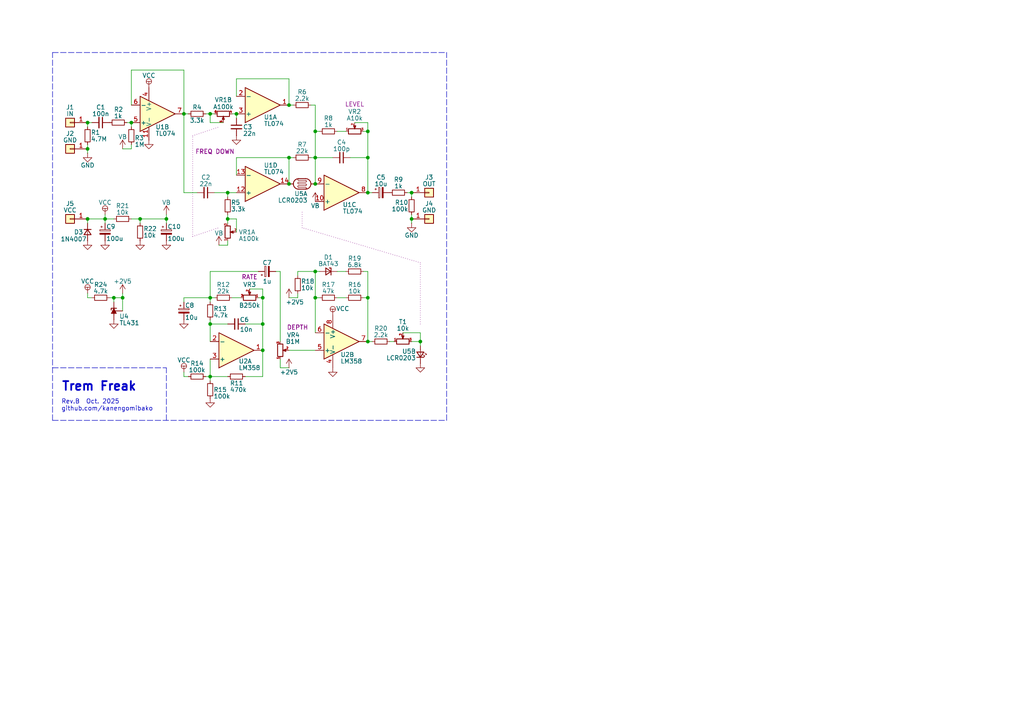
<source format=kicad_sch>
(kicad_sch (version 20250114) (generator "eeschema") (generator_version "9.0")
  (paper "A4")
  (lib_symbols
    (symbol "Amplifier_Operational:TL072" (pin_names (offset 0.127))
      (property "Reference" "U" (at 0 5.08 0))
      (property "Value" "TL072" (at 0 -5.08 0))
      (symbol "TL072_1_1"
        (polyline (pts (xy -5.08 5.08) (xy 5.08 0) (xy -5.08 -5.08) (xy -5.08 5.08)) (stroke (width 0.254)) (fill (type background)))
        (pin input line (at -7.62 2.54 0) (length 2.54) (name "+") (number "3"))
        (pin input line (at -7.62 -2.54 0) (length 2.54) (name "-") (number "2"))
        (pin output line (at 7.62 0 180) (length 2.54) (name "~") (number "1"))
      )
      (symbol "TL072_2_1"
        (polyline (pts (xy -5.08 5.08) (xy 5.08 0) (xy -5.08 -5.08) (xy -5.08 5.08)) (stroke (width 0.254)) (fill (type background)))
        (pin input line (at -7.62 2.54 0) (length 2.54) (name "+") (number "5"))
        (pin input line (at -7.62 -2.54 0) (length 2.54) (name "-") (number "6"))
        (pin output line (at 7.62 0 180) (length 2.54) (name "~") (number "7"))
      )
      (symbol "TL072_3_1"
        (pin power_in line (at -2.54 7.62 270) (length 3.81) (name "V+") (number "8"))
        (pin power_in line (at -2.54 -7.62 90) (length 3.81) (name "V-") (number "4"))
      )
    )
    (symbol "Amplifier_Operational:TL074" (pin_names (offset 0.127))
      (property "Reference" "U" (at 0 5.08 0))
      (property "Value" "TL074" (at 0 -5.08 0))
      (symbol "TL074_1_1"
        (polyline (pts (xy -5.08 5.08) (xy 5.08 0) (xy -5.08 -5.08) (xy -5.08 5.08)) (stroke (width 0.254)) (fill (type background)))
        (pin input line (at -7.62 2.54 0) (length 2.54) (name "+") (number "3"))
        (pin input line (at -7.62 -2.54 0) (length 2.54) (name "-") (number "2"))
        (pin output line (at 7.62 0 180) (length 2.54) (name "~") (number "1"))
      )
      (symbol "TL074_2_1"
        (polyline (pts (xy -5.08 5.08) (xy 5.08 0) (xy -5.08 -5.08) (xy -5.08 5.08)) (stroke (width 0.254)) (fill (type background)))
        (pin input line (at -7.62 2.54 0) (length 2.54) (name "+") (number "5"))
        (pin input line (at -7.62 -2.54 0) (length 2.54) (name "-") (number "6"))
        (pin output line (at 7.62 0 180) (length 2.54) (name "~") (number "7"))
      )
      (symbol "TL074_3_1"
        (polyline (pts (xy -5.08 5.08) (xy 5.08 0) (xy -5.08 -5.08) (xy -5.08 5.08)) (stroke (width 0.254)) (fill (type background)))
        (pin input line (at -7.62 2.54 0) (length 2.54) (name "+") (number "10"))
        (pin input line (at -7.62 -2.54 0) (length 2.54) (name "-") (number "9"))
        (pin output line (at 7.62 0 180) (length 2.54) (name "~") (number "8"))
      )
      (symbol "TL074_4_1"
        (polyline (pts (xy -5.08 5.08) (xy 5.08 0) (xy -5.08 -5.08) (xy -5.08 5.08)) (stroke (width 0.254)) (fill (type background)))
        (pin input line (at -7.62 2.54 0) (length 2.54) (name "+") (number "12"))
        (pin input line (at -7.62 -2.54 0) (length 2.54) (name "-") (number "13"))
        (pin output line (at 7.62 0 180) (length 2.54) (name "~") (number "14"))
      )
      (symbol "TL074_5_1"
        (pin power_in line (at -2.54 7.62 270) (length 3.81) (name "V+") (number "4"))
        (pin power_in line (at -2.54 -7.62 90) (length 3.81) (name "V-") (number "11"))
      )
    )
    (symbol "Connector_Generic:Conn_01x01" (pin_names (offset 1.016) (hide yes))
      (property "Reference" "J" (at 0 2.54 0))
      (property "Value" "Conn_01x01" (at 0 -2.54 0))
      (symbol "Conn_01x01_1_1"
        (rectangle (start -1.27 1.27) (end 1.27 -1.27) (stroke (width 0.254)) (fill (type background)))
        (rectangle (start -1.27 0.127) (end 0 -0.127) (stroke (width 0.1524)))
        (pin passive line (at -5.08 0 0) (length 3.81) (name "Pin_1") (number "1"))
      )
    )
    (symbol "Device:C_Polarized_Small" (pin_numbers (hide yes)) (pin_names (offset 0.254) (hide yes))
      (property "Reference" "C" (at 0.254 1.778 0))
      (property "Value" "C_Polarized_Small" (at 0.254 -2.032 0))
      (symbol "C_Polarized_Small_0_1"
        (rectangle (start -1.524 0.6858) (end 1.524 0.3048))
        (rectangle (start -1.524 -0.3048) (end 1.524 -0.6858) (fill (type outline)))
        (polyline (pts (xy -1.27 1.524) (xy -0.762 1.524)))
        (polyline (pts (xy -1.016 1.27) (xy -1.016 1.778)))
      )
      (symbol "C_Polarized_Small_1_1"
        (pin passive line (at 0 2.54 270) (length 1.8542) (name "~") (number "1"))
        (pin passive line (at 0 -2.54 90) (length 1.8542) (name "~") (number "2"))
      )
    )
    (symbol "Device:C_Small" (pin_numbers (hide yes)) (pin_names (offset 0.254) (hide yes))
      (property "Reference" "C" (at 0.254 1.778 0))
      (property "Value" "C_Small" (at 0.254 -2.032 0))
      (symbol "C_Small_0_1"
        (polyline (pts (xy -1.524 0.508) (xy 1.524 0.508)) (stroke (width 0.3048)))
        (polyline (pts (xy -1.524 -0.508) (xy 1.524 -0.508)) (stroke (width 0.3302)))
      )
      (symbol "C_Small_1_1"
        (pin passive line (at 0 2.54 270) (length 2.032) (name "~") (number "1"))
        (pin passive line (at 0 -2.54 90) (length 2.032) (name "~") (number "2"))
      )
    )
    (symbol "Device:D_Small" (pin_numbers (hide yes)) (pin_names (offset 0.254) (hide yes))
      (property "Reference" "D" (at -1.27 2.032 0))
      (property "Value" "D_Small" (at -3.81 -2.032 0))
      (symbol "D_Small_0_1"
        (polyline (pts (xy -0.762 0) (xy 0.762 0)))
        (polyline (pts (xy -0.762 -1.016) (xy -0.762 1.016)) (stroke (width 0.254)))
        (polyline (pts (xy 0.762 -1.016) (xy -0.762 0) (xy 0.762 1.016) (xy 0.762 -1.016)) (stroke (width 0.254)))
      )
      (symbol "D_Small_1_1"
        (pin passive line (at -2.54 0 0) (length 1.778) (name "K") (number "1"))
        (pin passive line (at 2.54 0 180) (length 1.778) (name "A") (number "2"))
      )
    )
    (symbol "Device:D_Zener_Small" (pin_numbers (hide yes)) (pin_names (offset 0.254) (hide yes))
      (property "Reference" "D" (at 0 2.286 0))
      (property "Value" "D_Zener_Small" (at 0 -2.286 0))
      (symbol "D_Zener_Small_0_1"
        (polyline (pts (xy -0.254 1.016) (xy -0.762 1.016) (xy -0.762 -1.016)) (stroke (width 0.254)))
        (polyline (pts (xy 0.762 1.016) (xy -0.762 0) (xy 0.762 -1.016) (xy 0.762 1.016)) (stroke (width 0.254)))
        (polyline (pts (xy 0.762 0) (xy -0.762 0)))
      )
      (symbol "D_Zener_Small_1_1"
        (pin passive line (at -2.54 0 0) (length 1.778) (name "K") (number "1"))
        (pin passive line (at 2.54 0 180) (length 1.778) (name "A") (number "2"))
      )
    )
    (symbol "Device:R_Potentiometer_Small" (pin_names (offset 1.016) (hide yes))
      (property "Reference" "RV" (at -4.445 0 90))
      (property "Value" "R_Potentiometer_Small" (at -2.54 0 90))
      (symbol "R_Potentiometer_Small_0_1"
        (rectangle (start 0.762 1.8034) (end -0.762 -1.8034) (stroke (width 0.254)))
        (polyline (pts (xy 0.889 0) (xy 0.635 0) (xy 1.651 0.381) (xy 1.651 -0.381) (xy 0.635 0) (xy 0.889 0)) (fill (type outline)))
      )
      (symbol "R_Potentiometer_Small_1_1"
        (pin passive line (at 0 2.54 270) (length 0.635) (name "1") (number "1"))
        (pin passive line (at 0 -2.54 90) (length 0.635) (name "3") (number "3"))
        (pin passive line (at 2.54 0 180) (length 0.9906) (name "2") (number "2"))
      )
    )
    (symbol "Device:R_Small" (pin_numbers (hide yes)) (pin_names (offset 0.254) (hide yes))
      (property "Reference" "R" (at 0 0 90))
      (property "Value" "R_Small" (at 1.778 0 90))
      (symbol "R_Small_0_1"
        (rectangle (start -0.762 1.778) (end 0.762 -1.778) (stroke (width 0.2032)))
      )
      (symbol "R_Small_1_1"
        (pin passive line (at 0 2.54 270) (length 0.762) (name "~") (number "1"))
        (pin passive line (at 0 -2.54 90) (length 0.762) (name "~") (number "2"))
      )
    )
    (symbol "Reference_Voltage:TL431LP" (pin_numbers (hide yes)) (pin_names (hide yes))
      (property "Reference" "U" (at -2.54 2.54 0))
      (property "Value" "TL431LP" (at 0 -2.54 0))
      (symbol "TL431LP_0_1"
        (polyline (pts (xy -1.27 0) (xy 0 0) (xy 1.27 0)))
        (polyline (pts (xy -0.762 -0.762) (xy -0.762 0.762) (xy 0.762 0) (xy -0.762 -0.762)) (fill (type outline)))
        (polyline (pts (xy 0.254 -0.762) (xy 0.762 -0.762) (xy 0.762 0.762) (xy 0.762 0.762)) (stroke (width 0.254)))
      )
      (symbol "TL431LP_1_1"
        (pin passive line (at -2.54 0 0) (length 2.54) (name "A") (number "2"))
        (pin passive line (at 0 2.54 270) (length 2.54) (name "REF") (number "1"))
        (pin passive line (at 2.54 0 180) (length 2.54) (name "K") (number "3"))
      )
    )
    (symbol "myLib:Photocoupler" (pin_numbers (hide yes)) (pin_names (offset 0))
      (property "Reference" "U" (at 1.651 0.889 0))
      (property "Value" "Photocoupler" (at 1.651 0 0))
      (symbol "Photocoupler_1_1"
        (polyline (pts (xy -1.524 -1.016) (xy -1.524 1.016)) (stroke (width 0.254)))
        (arc (start -1.27 -1.27) (mid -1.4496 -1.1956) (end -1.524 -1.016))
        (arc (start -1.016 -1.016) (mid -1.0904 -1.1956) (end -1.27 -1.27))
        (polyline (pts (xy -1.016 -1.016) (xy -1.016 1.016)))
        (arc (start -1.016 1.016) (mid -0.9416 1.1956) (end -0.762 1.27))
        (arc (start -0.762 1.27) (mid -0.5824 1.1956) (end -0.508 1.016))
        (polyline (pts (xy -0.508 -1.016) (xy -0.508 1.016)))
        (arc (start -0.254 -1.27) (mid -0.4336 -1.1956) (end -0.508 -1.016))
        (arc (start 0 -1.016) (mid -0.0744 -1.1956) (end -0.254 -1.27))
        (arc (start -1.524 1.016) (mid -1.0777 2.0937) (end 0 2.54) (stroke (width 0.254)))
        (arc (start 0 -2.54) (mid -1.0777 -2.0937) (end -1.524 -1.016) (stroke (width 0.254)))
        (polyline (pts (xy 0 -1.016) (xy 0 1.016)))
        (arc (start 0 2.54) (mid 1.0777 2.0937) (end 1.524 1.016) (stroke (width 0.254)))
        (arc (start 1.524 -1.016) (mid 1.0777 -2.0937) (end 0 -2.54) (stroke (width 0.254)))
        (arc (start 0 1.016) (mid 0.0744 1.1956) (end 0.254 1.27))
        (arc (start 0.254 1.27) (mid 0.4336 1.1956) (end 0.508 1.016))
        (polyline (pts (xy 0.508 -1.016) (xy 0.508 1.016)))
        (arc (start 0.762 -1.27) (mid 0.5824 -1.1956) (end 0.508 -1.016))
        (arc (start 1.016 -1.016) (mid 0.9416 -1.1956) (end 0.762 -1.27))
        (polyline (pts (xy 1.016 -1.016) (xy 1.016 1.016)))
        (arc (start 1.016 1.016) (mid 1.0904 1.1956) (end 1.27 1.27))
        (arc (start 1.27 1.27) (mid 1.4496 1.1956) (end 1.524 1.016))
        (polyline (pts (xy 1.524 -1.016) (xy 1.524 1.016)) (stroke (width 0.254)))
        (pin passive line (at 0 3.81 270) (length 1.27) (name "~") (number "3"))
        (pin passive line (at 0 -3.81 90) (length 1.27) (name "~") (number "4"))
      )
      (symbol "Photocoupler_2_1"
        (polyline (pts (xy -1.27 0.508) (xy -1.778 0) (xy -1.778 0.254) (xy -1.778 0) (xy -1.524 0)))
        (polyline (pts (xy -0.762 0) (xy -1.27 -0.508) (xy -1.27 -0.254) (xy -1.27 -0.508) (xy -1.016 -0.508)))
        (polyline (pts (xy 0 1.27) (xy 0 -1.27)))
        (polyline (pts (xy 1.016 0.762) (xy 0 -0.762) (xy -1.016 0.762) (xy 1.016 0.762)) (stroke (width 0.254)))
        (polyline (pts (xy 1.016 -0.762) (xy -1.016 -0.762)) (stroke (width 0.254)))
        (pin passive line (at 0 2.54 270) (length 1.27) (name "~") (number "1"))
        (pin passive line (at 0 -2.54 90) (length 1.27) (name "~") (number "2"))
      )
    )
    (symbol "myLib:R_Potentiometer_Dual_Separate_small" (pin_names (offset 1.016) (hide yes))
      (property "Reference" "RV" (at -4.445 0 90))
      (property "Value" "R_Potentiometer_Dual_Separate_small" (at -2.54 0 90))
      (symbol "R_Potentiometer_Dual_Separate_small_0_1"
        (rectangle (start -0.762 1.778) (end 0.762 -1.778) (stroke (width 0.254)))
        (polyline (pts (xy 0.635 0) (xy 1.651 0.381) (xy 1.651 -0.381) (xy 0.635 0)) (fill (type outline)))
        (polyline (pts (xy 2.032 0) (xy 1.524 0)))
      )
      (symbol "R_Potentiometer_Dual_Separate_small_1_1"
        (pin passive line (at 0 2.54 270) (length 0.635) (name "1") (number "1"))
        (pin passive line (at 0 -2.54 90) (length 0.635) (name "3") (number "3"))
        (pin passive line (at 2.54 0 180) (length 0.635) (name "2") (number "2"))
      )
      (symbol "R_Potentiometer_Dual_Separate_small_2_1"
        (pin passive line (at 0 2.54 270) (length 0.635) (name "4") (number "4"))
        (pin passive line (at 0 -2.54 90) (length 0.635) (name "6") (number "6"))
        (pin passive line (at 2.54 0 180) (length 0.635) (name "5") (number "5"))
      )
    )
    (symbol "myLib:VB" (power) (pin_names (offset 0))
      (property "Value" "VB" (at 0 3.556 0))
      (symbol "VB_0_1"
        (polyline (pts (xy -0.762 1.27) (xy 0 2.54)))
        (polyline (pts (xy 0 2.54) (xy 0.762 1.27)))
        (polyline (pts (xy 0 0) (xy 0 2.54)))
      )
      (symbol "VB_1_1"
        (pin power_in line (at 0 0 90) (length 0) (hide yes) (name "VB") (number "1"))
      )
    )
    (symbol "myLib:VCC" (power) (pin_names (offset 0))
      (property "Value" "VCC" (at 0 3.556 0))
      (symbol "VCC_0_0"
        (polyline (pts (xy -0.762 1.778) (xy 0.762 1.778)))
        (circle (center 0 1.778) (radius 0.7725))
      )
      (symbol "VCC_0_1"
        (polyline (pts (xy 0 0) (xy 0 1.778)))
      )
      (symbol "VCC_1_1"
        (pin power_in line (at 0 0 90) (length 0) (hide yes) (name "VCC") (number "1"))
      )
    )
    (symbol "power:+2V5" (power) (pin_numbers (hide yes)) (pin_names (offset 0) (hide yes))
      (property "Value" "+2V5" (at 0 3.556 0))
      (symbol "+2V5_0_1"
        (polyline (pts (xy -0.762 1.27) (xy 0 2.54)))
        (polyline (pts (xy 0 2.54) (xy 0.762 1.27)))
        (polyline (pts (xy 0 0) (xy 0 2.54)))
      )
      (symbol "+2V5_1_1"
        (pin power_in line (at 0 0 90) (length 0) (name "~") (number "1"))
      )
    )
    (symbol "power:GND" (power) (pin_numbers (hide yes)) (pin_names (offset 0) (hide yes))
      (property "Value" "GND" (at 0 -3.81 0))
      (symbol "GND_0_1"
        (polyline (pts (xy 0 0) (xy 0 -1.27) (xy 1.27 -1.27) (xy 0 -2.54) (xy -1.27 -1.27) (xy 0 -1.27)))
      )
      (symbol "GND_1_1"
        (pin power_in line (at 0 0 270) (length 0) (name "~") (number "1"))
      )
    )
  )
  (text "Trem Freak" (at 17.78 113.665 0) (effects (font (size 2.54 2.54) (thickness 0.508) (bold yes)) (justify left bottom)))
  (text "Rev.B  Oct. 2025\ngithub.com/kanengomibako" (at 17.78 119.38 0) (effects (font (size 1.27 1.27)) (justify left bottom)))
  (junction (at 60.96 86.36))
  (junction (at 106.68 99.06))
  (junction (at 40.64 63.5))
  (junction (at 106.68 55.88))
  (junction (at 106.68 86.36))
  (junction (at 68.58 33.02))
  (junction (at 30.48 63.5))
  (junction (at 91.44 45.72))
  (junction (at 25.4 35.56))
  (junction (at 60.96 33.02))
  (junction (at 106.68 38.1))
  (junction (at 25.4 63.5))
  (junction (at 60.96 93.98))
  (junction (at 83.82 53.34))
  (junction (at 91.44 78.74))
  (junction (at 91.44 86.36))
  (junction (at 66.04 63.5))
  (junction (at 33.02 86.36))
  (junction (at 106.68 45.72))
  (junction (at 60.96 109.22))
  (junction (at 119.38 55.88))
  (junction (at 91.44 38.1))
  (junction (at 76.2 93.98))
  (junction (at 119.38 63.5))
  (junction (at 35.56 86.36))
  (junction (at 83.82 30.48))
  (junction (at 48.26 63.5))
  (junction (at 66.04 55.88))
  (junction (at 76.2 101.6))
  (junction (at 121.92 99.06))
  (junction (at 38.1 35.56))
  (junction (at 25.4 43.18))
  (junction (at 53.34 33.02))
  (junction (at 76.2 86.36))
  (junction (at 83.82 45.72))
  (junction (at 91.44 53.34))
  (wire (pts (xy 38.1 63.5) (xy 40.64 63.5)))
  (wire (pts (xy 30.48 63.5) (xy 33.02 63.5)))
  (wire (pts (xy 25.4 63.5) (xy 25.4 64.77)))
  (wire (pts (xy 38.1 20.32) (xy 53.34 20.32)))
  (wire (pts (xy 60.96 86.36) (xy 62.23 86.36)))
  (wire (pts (xy 121.92 96.52) (xy 121.92 99.06)))
  (wire (pts (xy 106.68 99.06) (xy 107.95 99.06)))
  (polyline (pts (xy 55.88 68.58) (xy 55.88 39.37)) (stroke (width 0) (type dot) (color 132 0 132 1)))
  (polyline (pts (xy 15.24 106.68) (xy 48.26 106.68)) (stroke (width 0) (type dash)))
  (wire (pts (xy 53.34 55.88) (xy 53.34 33.02)))
  (wire (pts (xy 35.56 85.09) (xy 35.56 86.36)))
  (wire (pts (xy 60.96 93.98) (xy 66.04 93.98)))
  (wire (pts (xy 68.58 27.94) (xy 68.58 22.86)))
  (wire (pts (xy 81.28 106.68) (xy 81.28 104.14)))
  (wire (pts (xy 91.44 38.1) (xy 92.71 38.1)))
  (wire (pts (xy 25.4 63.5) (xy 30.48 63.5)))
  (wire (pts (xy 68.58 63.5) (xy 68.58 67.31)))
  (polyline (pts (xy 55.88 39.37) (xy 63.5 36.83)) (stroke (width 0) (type dot) (color 132 0 132 1)))
  (wire (pts (xy 59.69 109.22) (xy 60.96 109.22)))
  (polyline (pts (xy 15.24 121.92) (xy 15.24 15.24)) (stroke (width 0) (type dash)))
  (polyline (pts (xy 48.26 121.92) (xy 48.26 106.68)) (stroke (width 0) (type dash)))
  (wire (pts (xy 118.11 55.88) (xy 119.38 55.88)))
  (wire (pts (xy 121.92 99.06) (xy 121.92 100.33)))
  (wire (pts (xy 106.68 86.36) (xy 106.68 78.74)))
  (wire (pts (xy 66.04 69.85) (xy 66.04 71.12)))
  (wire (pts (xy 106.68 38.1) (xy 106.68 45.72)))
  (wire (pts (xy 119.38 63.5) (xy 119.38 64.77)))
  (wire (pts (xy 60.96 35.56) (xy 64.77 35.56)))
  (wire (pts (xy 91.44 86.36) (xy 92.71 86.36)))
  (polyline (pts (xy 55.88 68.58) (xy 63.5 66.04)) (stroke (width 0) (type dot) (color 132 0 132 1)))
  (wire (pts (xy 48.26 63.5) (xy 48.26 64.77)))
  (wire (pts (xy 80.01 78.74) (xy 81.28 78.74)))
  (wire (pts (xy 72.39 83.82) (xy 76.2 83.82)))
  (wire (pts (xy 97.79 38.1) (xy 100.33 38.1)))
  (wire (pts (xy 35.56 86.36) (xy 35.56 90.17)))
  (wire (pts (xy 106.68 99.06) (xy 106.68 86.36)))
  (wire (pts (xy 119.38 62.23) (xy 119.38 63.5)))
  (wire (pts (xy 67.31 33.02) (xy 68.58 33.02)))
  (wire (pts (xy 91.44 30.48) (xy 91.44 38.1)))
  (wire (pts (xy 53.34 86.36) (xy 53.34 87.63)))
  (wire (pts (xy 40.64 63.5) (xy 48.26 63.5)))
  (wire (pts (xy 66.04 62.23) (xy 66.04 63.5)))
  (wire (pts (xy 60.96 78.74) (xy 74.93 78.74)))
  (wire (pts (xy 60.96 92.71) (xy 60.96 93.98)))
  (wire (pts (xy 30.48 62.23) (xy 30.48 63.5)))
  (wire (pts (xy 85.09 30.48) (xy 83.82 30.48)))
  (wire (pts (xy 48.26 62.23) (xy 48.26 63.5)))
  (wire (pts (xy 83.82 45.72) (xy 85.09 45.72)))
  (wire (pts (xy 106.68 78.74) (xy 105.41 78.74)))
  (wire (pts (xy 38.1 35.56) (xy 36.83 35.56)))
  (wire (pts (xy 60.96 109.22) (xy 60.96 104.14)))
  (wire (pts (xy 83.82 22.86) (xy 83.82 30.48)))
  (wire (pts (xy 66.04 55.88) (xy 68.58 55.88)))
  (wire (pts (xy 38.1 30.48) (xy 38.1 20.32)))
  (wire (pts (xy 26.67 35.56) (xy 25.4 35.56)))
  (wire (pts (xy 116.84 96.52) (xy 121.92 96.52)))
  (wire (pts (xy 86.36 78.74) (xy 86.36 80.01)))
  (wire (pts (xy 91.44 45.72) (xy 96.52 45.72)))
  (wire (pts (xy 76.2 101.6) (xy 76.2 109.22)))
  (wire (pts (xy 105.41 38.1) (xy 106.68 38.1)))
  (wire (pts (xy 62.23 55.88) (xy 66.04 55.88)))
  (wire (pts (xy 97.79 86.36) (xy 100.33 86.36)))
  (wire (pts (xy 100.33 78.74) (xy 97.79 78.74)))
  (wire (pts (xy 31.75 86.36) (xy 33.02 86.36)))
  (wire (pts (xy 66.04 55.88) (xy 66.04 57.15)))
  (wire (pts (xy 81.28 78.74) (xy 81.28 99.06)))
  (wire (pts (xy 91.44 45.72) (xy 91.44 53.34)))
  (wire (pts (xy 68.58 45.72) (xy 83.82 45.72)))
  (wire (pts (xy 91.44 78.74) (xy 91.44 86.36)))
  (wire (pts (xy 66.04 63.5) (xy 68.58 63.5)))
  (wire (pts (xy 60.96 109.22) (xy 60.96 110.49)))
  (wire (pts (xy 102.87 35.56) (xy 106.68 35.56)))
  (wire (pts (xy 71.12 109.22) (xy 76.2 109.22)))
  (wire (pts (xy 40.64 63.5) (xy 40.64 64.77)))
  (wire (pts (xy 91.44 38.1) (xy 91.44 45.72)))
  (wire (pts (xy 83.82 101.6) (xy 91.44 101.6)))
  (wire (pts (xy 60.96 33.02) (xy 62.23 33.02)))
  (polyline (pts (xy 15.24 15.24) (xy 129.54 15.24)) (stroke (width 0) (type dash)))
  (wire (pts (xy 113.03 99.06) (xy 114.3 99.06)))
  (wire (pts (xy 60.96 35.56) (xy 60.96 33.02)))
  (wire (pts (xy 76.2 83.82) (xy 76.2 86.36)))
  (wire (pts (xy 74.93 86.36) (xy 76.2 86.36)))
  (wire (pts (xy 106.68 45.72) (xy 106.68 55.88)))
  (wire (pts (xy 86.36 78.74) (xy 91.44 78.74)))
  (wire (pts (xy 35.56 43.18) (xy 38.1 43.18)))
  (wire (pts (xy 53.34 109.22) (xy 54.61 109.22)))
  (wire (pts (xy 91.44 86.36) (xy 91.44 96.52)))
  (wire (pts (xy 53.34 20.32) (xy 53.34 33.02)))
  (wire (pts (xy 106.68 55.88) (xy 107.95 55.88)))
  (wire (pts (xy 83.82 45.72) (xy 83.82 53.34)))
  (wire (pts (xy 119.38 57.15) (xy 119.38 55.88)))
  (wire (pts (xy 25.4 44.45) (xy 25.4 43.18)))
  (wire (pts (xy 83.82 86.36) (xy 86.36 86.36)))
  (wire (pts (xy 30.48 63.5) (xy 30.48 64.77)))
  (wire (pts (xy 71.12 93.98) (xy 76.2 93.98)))
  (wire (pts (xy 25.4 43.18) (xy 25.4 41.91)))
  (wire (pts (xy 60.96 93.98) (xy 60.96 99.06)))
  (wire (pts (xy 76.2 86.36) (xy 76.2 93.98)))
  (polyline (pts (xy 129.54 121.92) (xy 129.54 15.24)) (stroke (width 0) (type dash)))
  (polyline (pts (xy 87.63 66.04) (xy 87.63 60.96)) (stroke (width 0) (type dot) (color 132 0 132 1)))
  (wire (pts (xy 38.1 35.56) (xy 38.1 36.83)))
  (wire (pts (xy 60.96 109.22) (xy 66.04 109.22)))
  (wire (pts (xy 59.69 33.02) (xy 60.96 33.02)))
  (wire (pts (xy 83.82 106.68) (xy 81.28 106.68)))
  (wire (pts (xy 33.02 86.36) (xy 33.02 87.63)))
  (wire (pts (xy 53.34 86.36) (xy 60.96 86.36)))
  (wire (pts (xy 90.17 30.48) (xy 91.44 30.48)))
  (polyline (pts (xy 15.24 121.92) (xy 129.54 121.92)) (stroke (width 0) (type dash)))
  (wire (pts (xy 66.04 63.5) (xy 66.04 64.77)))
  (polyline (pts (xy 121.92 93.98) (xy 121.92 76.2)) (stroke (width 0) (type dot) (color 132 0 132 1)))
  (wire (pts (xy 119.38 99.06) (xy 121.92 99.06)))
  (wire (pts (xy 60.96 86.36) (xy 60.96 87.63)))
  (wire (pts (xy 106.68 35.56) (xy 106.68 38.1)))
  (wire (pts (xy 25.4 36.83) (xy 25.4 35.56)))
  (wire (pts (xy 33.02 86.36) (xy 35.56 86.36)))
  (wire (pts (xy 53.34 109.22) (xy 53.34 107.95)))
  (wire (pts (xy 60.96 86.36) (xy 60.96 78.74)))
  (wire (pts (xy 86.36 86.36) (xy 86.36 85.09)))
  (wire (pts (xy 101.6 45.72) (xy 106.68 45.72)))
  (wire (pts (xy 68.58 22.86) (xy 83.82 22.86)))
  (wire (pts (xy 38.1 41.91) (xy 38.1 43.18)))
  (polyline (pts (xy 121.92 76.2) (xy 87.63 66.04)) (stroke (width 0) (type dot) (color 132 0 132 1)))
  (wire (pts (xy 92.71 78.74) (xy 91.44 78.74)))
  (wire (pts (xy 63.5 71.12) (xy 66.04 71.12)))
  (wire (pts (xy 105.41 86.36) (xy 106.68 86.36)))
  (wire (pts (xy 57.15 55.88) (xy 53.34 55.88)))
  (wire (pts (xy 25.4 85.09) (xy 25.4 86.36)))
  (wire (pts (xy 53.34 33.02) (xy 54.61 33.02)))
  (wire (pts (xy 90.17 45.72) (xy 91.44 45.72)))
  (wire (pts (xy 68.58 50.8) (xy 68.58 45.72)))
  (wire (pts (xy 67.31 86.36) (xy 69.85 86.36)))
  (wire (pts (xy 25.4 86.36) (xy 26.67 86.36)))
  (wire (pts (xy 76.2 93.98) (xy 76.2 101.6)))
  (wire (pts (xy 68.58 33.02) (xy 68.58 34.29)))
  (symbol (lib_id "Device:R_Small") (at 25.4 39.37 0) (unit 1)
    (property "Reference" "R1" (at 26.3525 38.4175 0) (effects (justify left)))
    (property "Value" "4.7M" (at 26.3525 40.3225 0) (effects (justify left)))
    (property "Footprint" "myFoot:my_R_P7.62mm_Horizontal" (effects (hide yes)))
    (property "Description" "Resistor, small symbol" (effects (hide yes)))
  )
  (symbol (lib_id "Device:R_Small") (at 34.29 35.56 270) (unit 1)
    (property "Reference" "R2" (at 33.02 31.75 90) (effects (justify left)))
    (property "Value" "1k" (at 33.02 33.655 90) (effects (justify left)))
    (property "Footprint" "myFoot:my_R_P7.62mm_Horizontal" (effects (hide yes)))
    (property "Description" "Resistor, small symbol" (effects (hide yes)))
  )
  (symbol (lib_id "Device:R_Small") (at 115.57 55.88 270) (unit 1)
    (property "Reference" "R9" (at 115.57 52.07 90))
    (property "Value" "1k" (at 115.57 53.975 90))
    (property "Footprint" "myFoot:my_R_P7.62mm_Horizontal" (effects (hide yes)))
    (property "Description" "Resistor, small symbol" (effects (hide yes)))
  )
  (symbol (lib_id "Device:R_Small") (at 38.1 39.37 0) (unit 1)
    (property "Reference" "R3" (at 39.0525 40.005 0) (effects (justify left)))
    (property "Value" "1M" (at 39.0525 41.91 0) (effects (justify left)))
    (property "Footprint" "myFoot:my_R_P7.62mm_Horizontal" (effects (hide yes)))
    (property "Description" "Resistor, small symbol" (effects (hide yes)))
  )
  (symbol (lib_id "Device:D_Small") (at 25.4 67.31 270) (unit 1)
    (property "Reference" "D3" (at 24.13 67.31 90) (effects (justify right)))
    (property "Value" "1N4007" (at 25.146 69.342 90) (effects (justify right)))
    (property "Footprint" "myFoot:my_D_P7.62mm" (effects (hide yes)))
  )
  (symbol (lib_id "Device:R_Small") (at 40.64 67.31 0) (mirror y) (unit 1)
    (property "Reference" "R22" (at 41.5925 66.3575 0) (effects (justify right)))
    (property "Value" "10k" (at 41.5925 68.2625 0) (effects (justify right)))
    (property "Footprint" "myFoot:my_R_P7.62mm_Horizontal" (effects (hide yes)))
    (property "Description" "Resistor, small symbol" (effects (hide yes)))
  )
  (symbol (lib_id "Device:C_Polarized_Small") (at 48.26 67.31 0) (unit 1)
    (property "Reference" "C10" (at 48.5775 65.7225 0) (effects (justify left)))
    (property "Value" "100u" (at 48.5775 69.215 0) (effects (justify left)))
    (property "Footprint" "myFoot:my_C_D6.3mm_P2.50mm" (effects (hide yes)))
    (property "Description" "Polarized capacitor, small symbol" (effects (hide yes)))
  )
  (symbol (lib_id "Device:R_Small") (at 35.56 63.5 270) (unit 1)
    (property "Reference" "R21" (at 35.56 59.69 90))
    (property "Value" "10k" (at 35.56 61.595 90))
    (property "Footprint" "myFoot:my_R_P7.62mm_Horizontal" (effects (hide yes)))
    (property "Description" "Resistor, small symbol" (effects (hide yes)))
  )
  (symbol (lib_id "Device:R_Small") (at 119.38 59.69 0) (mirror y) (unit 1)
    (property "Reference" "R10" (at 118.4275 58.7375 0) (effects (justify left)))
    (property "Value" "100k" (at 118.4275 60.6425 0) (effects (justify left)))
    (property "Footprint" "myFoot:my_R_P7.62mm_Horizontal" (effects (hide yes)))
    (property "Description" "Resistor, small symbol" (effects (hide yes)))
  )
  (symbol (lib_id "Device:C_Small") (at 59.69 55.88 270) (unit 1)
    (property "Reference" "C2" (at 59.69 51.435 90))
    (property "Value" "22n" (at 59.69 53.34 90))
    (property "Footprint" "myFoot:my_C_Rect1_P5.00mm" (effects (hide yes)))
  )
  (symbol (lib_id "Device:R_Small") (at 57.15 33.02 270) (unit 1)
    (property "Reference" "R4" (at 57.15 31.115 90))
    (property "Value" "3.3k" (at 57.15 34.925 90))
    (property "Footprint" "myFoot:my_R_P7.62mm_Horizontal" (effects (hide yes)))
    (property "Description" "Resistor, small symbol" (effects (hide yes)))
  )
  (symbol (lib_id "Device:R_Small") (at 87.63 30.48 270) (unit 1)
    (property "Reference" "R6" (at 87.63 26.67 90))
    (property "Value" "2.2k" (at 87.63 28.575 90))
    (property "Footprint" "myFoot:my_R_P7.62mm_Horizontal" (effects (hide yes)))
    (property "Description" "Resistor, small symbol" (effects (hide yes)))
  )
  (symbol (lib_id "Device:R_Small") (at 86.36 82.55 0) (unit 1)
    (property "Reference" "R18" (at 87.3125 81.5975 0) (effects (justify left)))
    (property "Value" "10k" (at 87.3125 83.5025 0) (effects (justify left)))
    (property "Footprint" "myFoot:my_R_P7.62mm_Horizontal" (effects (hide yes)))
    (property "Description" "Resistor, small symbol" (effects (hide yes)))
  )
  (symbol (lib_id "myLib:VCC") (at 43.18 25.4 0) (unit 1)
    (property "Reference" "#PWR03" (effects (hide yes)))
    (property "Value" "VCC" (at 43.18 21.9075 0))
    (property "Description" "Power symbol creates a global label with name \"V+\"" (effects (hide yes)))
  )
  (symbol (lib_id "myLib:VCC") (at 96.52 91.44 0) (unit 1)
    (property "Reference" "#PWR014" (effects (hide yes)))
    (property "Value" "VCC" (at 97.4725 89.535 0) (effects (justify left)))
    (property "Description" "Power symbol creates a global label with name \"V+\"" (effects (hide yes)))
  )
  (symbol (lib_id "Device:R_Small") (at 68.58 109.22 270) (unit 1)
    (property "Reference" "R11" (at 66.675 111.125 90) (effects (justify left)))
    (property "Value" "470k" (at 66.675 113.03 90) (effects (justify left)))
    (property "Footprint" "myFoot:my_R_P7.62mm_Horizontal" (effects (hide yes)))
    (property "Description" "Resistor, small symbol" (effects (hide yes)))
  )
  (symbol (lib_id "myLib:R_Potentiometer_Dual_Separate_small") (at 64.77 33.02 270) (unit 2)
    (property "Reference" "VR1" (at 64.77 28.956 90))
    (property "Value" "A100k" (at 64.77 30.988 90))
    (property "Footprint" "myFoot:my_pot_5mm_dual" (effects (hide yes)))
    (property "Description" "FREQ DOWN" (at 56.642 43.942 90) (effects (justify left)))
  )
  (symbol (lib_id "myLib:VB") (at 63.5 71.12 0) (unit 1)
    (property "Reference" "#PWR05" (effects (hide yes)))
    (property "Value" "VB" (at 63.5 67.6275 0))
    (property "Description" "Power symbol creates a global label with name \"+4V5\"" (effects (hide yes)))
  )
  (symbol (lib_id "Device:C_Polarized_Small") (at 30.48 67.31 0) (unit 1)
    (property "Reference" "C9" (at 30.7975 65.7225 0) (effects (justify left)))
    (property "Value" "100u" (at 30.7975 69.215 0) (effects (justify left)))
    (property "Footprint" "myFoot:my_C_D6.3mm_P2.50mm" (effects (hide yes)))
    (property "Description" "Polarized capacitor, small symbol" (effects (hide yes)))
  )
  (symbol (lib_id "Device:R_Potentiometer_Small") (at 72.39 86.36 270) (mirror x) (unit 1)
    (property "Reference" "VR3" (at 72.39 82.55 90))
    (property "Value" "B250k" (at 72.39 88.5825 90))
    (property "Footprint" "myFoot:my_pot_5mm" (effects (hide yes)))
    (property "Description" "RATE" (at 72.39 80.3275 90))
  )
  (symbol (lib_id "Connector_Generic:Conn_01x01") (at 20.32 43.18 0) (mirror y) (unit 1)
    (property "Reference" "J2" (at 20.32 38.735 0))
    (property "Value" "GND" (at 20.32 40.64 0))
    (property "Footprint" "myFoot:my_WirePad_1mmDrill" (effects (hide yes)))
    (property "Description" "Generic connector, single row, 01x01, script generated (kicad-library-utils/schlib/autogen/connector/)" (effects (hide yes)))
  )
  (symbol (lib_id "Amplifier_Operational:TL074") (at 76.2 53.34 0) (mirror x) (unit 4)
    (property "Reference" "U1" (at 76.5175 47.9425 0) (effects (justify left)))
    (property "Value" "TL074" (at 76.5175 49.8475 0) (effects (justify left)))
    (property "Footprint" "Package_DIP:DIP-14_W7.62mm_Socket" (effects (hide yes)))
    (property "Datasheet" "http://www.ti.com/lit/ds/symlink/tl071.pdf" (effects (hide yes)))
    (property "Description" "Quad Low-Noise JFET-Input Operational Amplifiers, DIP-14/SOIC-14" (effects (hide yes)))
  )
  (symbol (lib_id "Device:R_Small") (at 95.25 38.1 270) (unit 1)
    (property "Reference" "R8" (at 95.25 34.29 90))
    (property "Value" "1k" (at 95.25 36.195 90))
    (property "Footprint" "myFoot:my_R_P7.62mm_Horizontal" (effects (hide yes)))
    (property "Description" "Resistor, small symbol" (effects (hide yes)))
  )
  (symbol (lib_id "Device:C_Polarized_Small") (at 77.47 78.74 90) (unit 1)
    (property "Reference" "C7" (at 77.47 76.2 90))
    (property "Value" "1u" (at 77.47 81.5975 90))
    (property "Footprint" "myFoot:my_C_D5.0mm_P2.50mm" (effects (hide yes)))
    (property "Description" "Polarized capacitor, small symbol" (effects (hide yes)))
  )
  (symbol (lib_id "power:GND") (at 119.38 64.77 0) (unit 1)
    (property "Reference" "#PWR08" (effects (hide yes)))
    (property "Value" "GND" (at 119.38 68.2625 0))
    (property "Description" "Power symbol creates a global label with name \"GND\" , ground" (effects (hide yes)))
  )
  (symbol (lib_id "power:GND") (at 43.18 40.64 0) (unit 1)
    (property "Reference" "#PWR04" (effects (hide yes)))
    (property "Value" "GND" (effects (hide yes)))
    (property "Description" "Power symbol creates a global label with name \"GND\" , ground" (effects (hide yes)))
  )
  (symbol (lib_id "power:GND") (at 96.52 106.68 0) (unit 1)
    (property "Reference" "#PWR015" (effects (hide yes)))
    (property "Value" "GND" (effects (hide yes)))
    (property "Description" "Power symbol creates a global label with name \"GND\" , ground" (effects (hide yes)))
  )
  (symbol (lib_id "Device:D_Zener_Small") (at 95.25 78.74 0) (mirror y) (unit 1)
    (property "Reference" "D1" (at 95.25 74.6125 0))
    (property "Value" "BAT43" (at 95.25 76.5175 0))
    (property "Footprint" "myFoot:my_D_P7.62mm" (effects (hide yes)))
    (property "Description" "Zener diode, small symbol" (effects (hide yes)))
  )
  (symbol (lib_id "Device:C_Polarized_Small") (at 53.34 90.17 0) (unit 1)
    (property "Reference" "C8" (at 53.6575 88.5825 0) (effects (justify left)))
    (property "Value" "10u" (at 53.6575 92.075 0) (effects (justify left)))
    (property "Footprint" "myFoot:my_C_D5.0mm_P2.50mm" (effects (hide yes)))
    (property "Description" "Polarized capacitor, small symbol" (effects (hide yes)))
  )
  (symbol (lib_id "power:+2V5") (at 35.56 85.09 0) (unit 1)
    (property "Reference" "#PWR031" (effects (hide yes)))
    (property "Value" "+2V5" (at 35.56 81.5975 0))
    (property "Description" "Power symbol creates a global label with name \"+2V5\"" (effects (hide yes)))
  )
  (symbol (lib_id "Device:C_Polarized_Small") (at 110.49 55.88 90) (mirror x) (unit 1)
    (property "Reference" "C5" (at 110.49 51.435 90))
    (property "Value" "10u" (at 110.49 53.34 90))
    (property "Footprint" "myFoot:my_C_D5.0mm_P2.50mm" (effects (hide yes)))
    (property "Description" "Polarized capacitor, small symbol" (effects (hide yes)))
  )
  (symbol (lib_id "Reference_Voltage:TL431LP") (at 33.02 90.17 270) (mirror x) (unit 1)
    (property "Reference" "U4" (at 34.6075 91.7575 90) (effects (justify left)))
    (property "Value" "TL431" (at 34.6075 93.6625 90) (effects (justify left)))
    (property "Footprint" "Package_TO_SOT_THT:TO-92_Inline_Wide" (effects (hide yes)))
    (property "Datasheet" "http://www.ti.com/lit/ds/symlink/tl431.pdf" (effects (hide yes)))
    (property "Description" "Shunt Regulator, TO-92" (effects (hide yes)))
  )
  (symbol (lib_id "power:GND") (at 40.64 69.85 0) (unit 1)
    (property "Reference" "#PWR020" (effects (hide yes)))
    (property "Value" "GND" (effects (hide yes)))
    (property "Description" "Power symbol creates a global label with name \"GND\" , ground" (effects (hide yes)))
  )
  (symbol (lib_id "power:+2V5") (at 83.82 106.68 0) (unit 1)
    (property "Reference" "#PWR012" (effects (hide yes)))
    (property "Value" "+2V5" (at 83.82 107.95 0))
    (property "Description" "Power symbol creates a global label with name \"+2V5\"" (effects (hide yes)))
  )
  (symbol (lib_id "Device:R_Small") (at 102.87 86.36 270) (unit 1)
    (property "Reference" "R16" (at 102.87 82.55 90))
    (property "Value" "10k" (at 102.87 84.455 90))
    (property "Footprint" "myFoot:my_R_P7.62mm_Horizontal" (effects (hide yes)))
    (property "Description" "Resistor, small symbol" (effects (hide yes)))
  )
  (symbol (lib_id "Device:R_Small") (at 60.96 90.17 180) (unit 1)
    (property "Reference" "R13" (at 61.9125 89.535 0) (effects (justify right)))
    (property "Value" "4.7k" (at 61.9125 91.44 0) (effects (justify right)))
    (property "Footprint" "myFoot:my_R_P7.62mm_Horizontal" (effects (hide yes)))
    (property "Description" "Resistor, small symbol" (effects (hide yes)))
  )
  (symbol (lib_id "myLib:VCC") (at 53.34 107.95 0) (unit 1)
    (property "Reference" "#PWR010" (effects (hide yes)))
    (property "Value" "VCC" (at 53.34 104.4575 0))
    (property "Description" "Power symbol creates a global label with name \"V+\"" (effects (hide yes)))
  )
  (symbol (lib_id "Device:R_Potentiometer_Small") (at 116.84 99.06 90) (unit 1)
    (property "Reference" "T1" (at 116.84 93.345 90))
    (property "Value" "10k" (at 116.84 95.25 90))
    (property "Footprint" "myFoot:my_trim" (effects (hide yes)))
    (property "Description" "Trim" (effects (hide yes)))
  )
  (symbol (lib_id "Amplifier_Operational:TL072") (at 99.06 99.06 0) (unit 3)
    (property "Reference" "U2" (effects (hide yes)))
    (property "Value" "LM358" (effects (hide yes)))
    (property "Footprint" "Package_DIP:DIP-8_W7.62mm_Socket" (effects (hide yes)))
  )
  (symbol (lib_id "Connector_Generic:Conn_01x01") (at 124.46 63.5 0) (unit 1)
    (property "Reference" "J4" (at 124.46 59.055 0))
    (property "Value" "GND" (at 124.46 60.96 0))
    (property "Footprint" "myFoot:my_WirePad_1mmDrill" (effects (hide yes)))
    (property "Description" "Generic connector, single row, 01x01, script generated (kicad-library-utils/schlib/autogen/connector/)" (effects (hide yes)))
  )
  (symbol (lib_id "Device:R_Small") (at 29.21 86.36 270) (unit 1)
    (property "Reference" "R24" (at 29.21 82.55 90))
    (property "Value" "4.7k" (at 29.21 84.455 90))
    (property "Footprint" "myFoot:my_R_P7.62mm_Horizontal" (effects (hide yes)))
    (property "Description" "Resistor, small symbol" (effects (hide yes)))
  )
  (symbol (lib_id "myLib:VB") (at 35.56 43.18 0) (unit 1)
    (property "Reference" "#PWR02" (effects (hide yes)))
    (property "Value" "VB" (at 35.56 39.6875 0))
    (property "Description" "Power symbol creates a global label with name \"+4V5\"" (effects (hide yes)))
  )
  (symbol (lib_id "Device:C_Small") (at 99.06 45.72 270) (unit 1)
    (property "Reference" "C4" (at 99.06 41.275 90))
    (property "Value" "100p" (at 99.06 43.18 90))
    (property "Footprint" "myFoot:my_C_Rect1_P5.00mm" (effects (hide yes)))
  )
  (symbol (lib_id "Device:R_Small") (at 110.49 99.06 270) (unit 1)
    (property "Reference" "R20" (at 110.49 95.25 90))
    (property "Value" "2.2k" (at 110.49 97.155 90))
    (property "Footprint" "myFoot:my_R_P7.62mm_Horizontal" (effects (hide yes)))
    (property "Description" "Resistor, small symbol" (effects (hide yes)))
  )
  (symbol (lib_id "myLib:VB") (at 91.44 58.42 0) (unit 1)
    (property "Reference" "#PWR07" (effects (hide yes)))
    (property "Value" "VB" (at 91.44 59.69 0))
    (property "Description" "Power symbol creates a global label with name \"+4V5\"" (effects (hide yes)))
  )
  (symbol (lib_id "power:GND") (at 68.58 39.37 0) (unit 1)
    (property "Reference" "#PWR06" (effects (hide yes)))
    (property "Value" "GND" (effects (hide yes)))
    (property "Description" "Power symbol creates a global label with name \"GND\" , ground" (effects (hide yes)))
  )
  (symbol (lib_id "power:GND") (at 60.96 115.57 0) (unit 1)
    (property "Reference" "#PWR011" (effects (hide yes)))
    (property "Value" "GND" (effects (hide yes)))
    (property "Description" "Power symbol creates a global label with name \"GND\" , ground" (effects (hide yes)))
  )
  (symbol (lib_id "Device:R_Small") (at 64.77 86.36 270) (unit 1)
    (property "Reference" "R12" (at 64.77 82.55 90))
    (property "Value" "22k" (at 64.77 84.455 90))
    (property "Footprint" "myFoot:my_R_P7.62mm_Horizontal" (effects (hide yes)))
    (property "Description" "Resistor, small symbol" (effects (hide yes)))
  )
  (symbol (lib_id "Device:C_Small") (at 29.21 35.56 270) (mirror x) (unit 1)
    (property "Reference" "C1" (at 29.21 31.115 90))
    (property "Value" "100n" (at 29.21 33.02 90))
    (property "Footprint" "myFoot:my_C_Rect1_P5.00mm" (effects (hide yes)))
  )
  (symbol (lib_id "power:GND") (at 53.34 92.71 0) (unit 1)
    (property "Reference" "#PWR09" (effects (hide yes)))
    (property "Value" "GND" (effects (hide yes)))
    (property "Description" "Power symbol creates a global label with name \"GND\" , ground" (effects (hide yes)))
  )
  (symbol (lib_id "Amplifier_Operational:TL074") (at 76.2 30.48 0) (mirror x) (unit 1)
    (property "Reference" "U1" (at 76.5175 33.9725 0) (effects (justify left)))
    (property "Value" "TL074" (at 76.5175 35.8775 0) (effects (justify left)))
    (property "Footprint" "Package_DIP:DIP-14_W7.62mm_Socket" (effects (hide yes)))
    (property "Datasheet" "http://www.ti.com/lit/ds/symlink/tl071.pdf" (effects (hide yes)))
    (property "Description" "Quad Low-Noise JFET-Input Operational Amplifiers, DIP-14/SOIC-14" (effects (hide yes)))
  )
  (symbol (lib_id "Amplifier_Operational:TL074") (at 45.72 33.02 0) (mirror x) (unit 2)
    (property "Reference" "U1" (at 45.085 36.83 0) (effects (justify left)))
    (property "Value" "TL074" (at 45.085 38.735 0) (effects (justify left)))
    (property "Footprint" "Package_DIP:DIP-14_W7.62mm_Socket" (effects (hide yes)))
    (property "Datasheet" "http://www.ti.com/lit/ds/symlink/tl071.pdf" (effects (hide yes)))
    (property "Description" "Quad Low-Noise JFET-Input Operational Amplifiers, DIP-14/SOIC-14" (effects (hide yes)))
  )
  (symbol (lib_id "power:GND") (at 121.92 105.41 0) (unit 1)
    (property "Reference" "#PWR016" (effects (hide yes)))
    (property "Value" "GND" (effects (hide yes)))
    (property "Description" "Power symbol creates a global label with name \"GND\" , ground" (effects (hide yes)))
  )
  (symbol (lib_id "Device:R_Small") (at 102.87 78.74 270) (unit 1)
    (property "Reference" "R19" (at 102.87 74.93 90))
    (property "Value" "6.8k" (at 102.87 76.835 90))
    (property "Footprint" "myFoot:my_R_P7.62mm_Horizontal" (effects (hide yes)))
    (property "Description" "Resistor, small symbol" (effects (hide yes)))
  )
  (symbol (lib_id "Device:C_Small") (at 68.58 93.98 270) (unit 1)
    (property "Reference" "C6" (at 69.5325 92.71 90) (effects (justify left)))
    (property "Value" "10n" (at 69.5325 95.5675 90) (effects (justify left)))
    (property "Footprint" "myFoot:my_C_Rect1_P5.00mm" (effects (hide yes)))
  )
  (symbol (lib_id "Device:R_Small") (at 87.63 45.72 270) (unit 1)
    (property "Reference" "R7" (at 87.63 41.91 90))
    (property "Value" "22k" (at 87.63 43.815 90))
    (property "Footprint" "myFoot:my_R_P7.62mm_Horizontal" (effects (hide yes)))
    (property "Description" "Resistor, small symbol" (effects (hide yes)))
  )
  (symbol (lib_id "myLib:Photocoupler") (at 87.63 53.34 270) (unit 1)
    (property "Reference" "U5" (at 89.2175 56.1975 90) (effects (justify right)))
    (property "Value" "LCR0203" (at 89.2175 58.1025 90) (effects (justify right)))
    (property "Footprint" "myFoot:LCR0203" (effects (hide yes)))
    (property "Description" "Photocoupler" (effects (hide yes)))
  )
  (symbol (lib_id "Device:R_Small") (at 66.04 59.69 0) (unit 1)
    (property "Reference" "R5" (at 66.9925 58.7375 0) (effects (justify left)))
    (property "Value" "3.3k" (at 66.9925 60.6425 0) (effects (justify left)))
    (property "Footprint" "myFoot:my_R_P7.62mm_Horizontal" (effects (hide yes)))
    (property "Description" "Resistor, small symbol" (effects (hide yes)))
  )
  (symbol (lib_id "power:GND") (at 33.02 92.71 0) (unit 1)
    (property "Reference" "#PWR030" (effects (hide yes)))
    (property "Value" "GND" (effects (hide yes)))
    (property "Description" "Power symbol creates a global label with name \"GND\" , ground" (effects (hide yes)))
  )
  (symbol (lib_id "Amplifier_Operational:TL072") (at 99.06 99.06 0) (mirror x) (unit 2)
    (property "Reference" "U2" (at 98.7425 102.87 0) (effects (justify left)))
    (property "Value" "LM358" (at 98.7425 104.775 0) (effects (justify left)))
    (property "Footprint" "Package_DIP:DIP-8_W7.62mm_Socket" (effects (hide yes)))
  )
  (symbol (lib_id "Device:R_Small") (at 95.25 86.36 270) (unit 1)
    (property "Reference" "R17" (at 95.25 82.55 90))
    (property "Value" "47k" (at 95.25 84.455 90))
    (property "Footprint" "myFoot:my_R_P7.62mm_Horizontal" (effects (hide yes)))
    (property "Description" "Resistor, small symbol" (effects (hide yes)))
  )
  (symbol (lib_id "power:+2V5") (at 83.82 86.36 0) (unit 1)
    (property "Reference" "#PWR013" (effects (hide yes)))
    (property "Value" "+2V5" (at 82.8675 87.63 0) (effects (justify left)))
    (property "Description" "Power symbol creates a global label with name \"+2V5\"" (effects (hide yes)))
  )
  (symbol (lib_id "Device:R_Small") (at 57.15 109.22 270) (unit 1)
    (property "Reference" "R14" (at 57.15 105.41 90))
    (property "Value" "100k" (at 57.15 107.315 90))
    (property "Footprint" "myFoot:my_R_P7.62mm_Horizontal" (effects (hide yes)))
    (property "Description" "Resistor, small symbol" (effects (hide yes)))
  )
  (symbol (lib_id "Connector_Generic:Conn_01x01") (at 20.32 63.5 0) (mirror y) (unit 1)
    (property "Reference" "J5" (at 20.32 59.055 0))
    (property "Value" "VCC" (at 20.32 60.96 0))
    (property "Footprint" "myFoot:my_WirePad_1mmDrill" (effects (hide yes)))
    (property "Description" "Generic connector, single row, 01x01, script generated (kicad-library-utils/schlib/autogen/connector/)" (effects (hide yes)))
  )
  (symbol (lib_id "Amplifier_Operational:TL072") (at 68.58 101.6 0) (mirror x) (unit 1)
    (property "Reference" "U2" (at 69.215 104.775 0) (effects (justify left)))
    (property "Value" "LM358" (at 69.215 106.68 0) (effects (justify left)))
    (property "Footprint" "Package_DIP:DIP-8_W7.62mm_Socket" (effects (hide yes)))
  )
  (symbol (lib_id "myLib:VCC") (at 25.4 85.09 0) (unit 1)
    (property "Reference" "#PWR023" (effects (hide yes)))
    (property "Value" "VCC" (at 25.4 81.5975 0))
    (property "Description" "Power symbol creates a global label with name \"V+\"" (effects (hide yes)))
  )
  (symbol (lib_id "Connector_Generic:Conn_01x01") (at 124.46 55.88 0) (unit 1)
    (property "Reference" "J3" (at 124.46 51.435 0))
    (property "Value" "OUT" (at 124.46 53.34 0))
    (property "Footprint" "myFoot:my_WirePad_1mmDrill" (effects (hide yes)))
    (property "Description" "Generic connector, single row, 01x01, script generated (kicad-library-utils/schlib/autogen/connector/)" (effects (hide yes)))
  )
  (symbol (lib_id "Device:R_Potentiometer_Small") (at 102.87 38.1 90) (unit 1)
    (property "Reference" "VR2" (at 102.87 32.385 90))
    (property "Value" "A10k" (at 102.87 34.29 90))
    (property "Footprint" "myFoot:my_pot_5mm" (effects (hide yes)))
    (property "Description" "LEVEL" (at 102.87 30.226 90))
  )
  (symbol (lib_id "power:GND") (at 25.4 44.45 0) (unit 1)
    (property "Reference" "#PWR01" (effects (hide yes)))
    (property "Value" "GND" (at 25.4 47.9425 0))
    (property "Description" "Power symbol creates a global label with name \"GND\" , ground" (effects (hide yes)))
  )
  (symbol (lib_id "myLib:Photocoupler") (at 121.92 102.87 0) (mirror y) (unit 2)
    (property "Reference" "U5" (at 120.65 101.9175 0) (effects (justify left)))
    (property "Value" "LCR0203" (at 120.65 103.8225 0) (effects (justify left)))
    (property "Footprint" "myFoot:LCR0203" (effects (hide yes)))
    (property "Description" "Photocoupler" (effects (hide yes)))
  )
  (symbol (lib_id "myLib:R_Potentiometer_Dual_Separate_small") (at 66.04 67.31 0) (mirror x) (unit 1)
    (property "Reference" "VR1" (at 69.215 67.31 0) (effects (justify left)))
    (property "Value" "A100k" (at 69.215 69.215 0) (effects (justify left)))
    (property "Footprint" "myFoot:my_pot_5mm_dual" (effects (hide yes)))
    (property "Description" "FREQ DOWN" (effects (hide yes)))
  )
  (symbol (lib_id "Connector_Generic:Conn_01x01") (at 20.32 35.56 0) (mirror y) (unit 1)
    (property "Reference" "J1" (at 20.32 31.115 0))
    (property "Value" "IN" (at 20.32 33.02 0))
    (property "Footprint" "myFoot:my_WirePad_1mmDrill" (effects (hide yes)))
    (property "Description" "Generic connector, single row, 01x01, script generated (kicad-library-utils/schlib/autogen/connector/)" (effects (hide yes)))
  )
  (symbol (lib_id "Device:R_Small") (at 60.96 113.03 0) (mirror x) (unit 1)
    (property "Reference" "R15" (at 61.9125 113.03 0) (effects (justify left)))
    (property "Value" "100k" (at 61.9125 114.935 0) (effects (justify left)))
    (property "Footprint" "myFoot:my_R_P7.62mm_Horizontal" (effects (hide yes)))
    (property "Description" "Resistor, small symbol" (effects (hide yes)))
  )
  (symbol (lib_id "myLib:VCC") (at 30.48 62.23 0) (unit 1)
    (property "Reference" "#PWR018" (effects (hide yes)))
    (property "Value" "VCC" (at 30.48 58.7375 0))
    (property "Description" "Power symbol creates a global label with name \"V+\"" (effects (hide yes)))
  )
  (symbol (lib_id "power:GND") (at 48.26 69.85 0) (unit 1)
    (property "Reference" "#PWR022" (effects (hide yes)))
    (property "Value" "GND" (effects (hide yes)))
    (property "Description" "Power symbol creates a global label with name \"GND\" , ground" (effects (hide yes)))
  )
  (symbol (lib_id "Device:C_Small") (at 68.58 36.83 0) (mirror y) (unit 1)
    (property "Reference" "C3" (at 70.485 36.83 0) (effects (justify right)))
    (property "Value" "22n" (at 70.485 38.735 0) (effects (justify right)))
    (property "Footprint" "myFoot:my_C_Rect1_P5.00mm" (effects (hide yes)))
  )
  (symbol (lib_id "Amplifier_Operational:TL074") (at 99.06 55.88 0) (mirror x) (unit 3)
    (property "Reference" "U1" (at 99.3775 59.3725 0) (effects (justify left)))
    (property "Value" "TL074" (at 99.3775 61.2775 0) (effects (justify left)))
    (property "Footprint" "Package_DIP:DIP-14_W7.62mm_Socket" (effects (hide yes)))
    (property "Datasheet" "http://www.ti.com/lit/ds/symlink/tl071.pdf" (effects (hide yes)))
    (property "Description" "Quad Low-Noise JFET-Input Operational Amplifiers, DIP-14/SOIC-14" (effects (hide yes)))
  )
  (symbol (lib_id "myLib:VB") (at 48.26 62.23 0) (unit 1)
    (property "Reference" "#PWR021" (effects (hide yes)))
    (property "Value" "VB" (at 48.26 58.7375 0))
    (property "Description" "Power symbol creates a global label with name \"+4V5\"" (effects (hide yes)))
  )
  (symbol (lib_id "power:GND") (at 25.4 69.85 0) (unit 1)
    (property "Reference" "#PWR017" (effects (hide yes)))
    (property "Value" "GND" (effects (hide yes)))
    (property "Description" "Power symbol creates a global label with name \"GND\" , ground" (effects (hide yes)))
  )
  (symbol (lib_id "Device:R_Potentiometer_Small") (at 81.28 101.6 0) (mirror x) (unit 1)
    (property "Reference" "VR4" (at 83.185 97.155 0) (effects (justify left)))
    (property "Value" "B1M" (at 82.8675 99.06 0) (effects (justify left)))
    (property "Footprint" "myFoot:my_pot_5mm" (effects (hide yes)))
    (property "Description" "DEPTH" (at 83.185 94.9325 0) (effects (justify left)))
  )
  (symbol (lib_id "power:GND") (at 30.48 69.85 0) (unit 1)
    (property "Reference" "#PWR019" (effects (hide yes)))
    (property "Value" "GND" (effects (hide yes)))
    (property "Description" "Power symbol creates a global label with name \"GND\" , ground" (effects (hide yes)))
  )
  (symbol (lib_id "Amplifier_Operational:TL074") (at 45.72 33.02 0) (unit 5)
    (property "Reference" "U1" (effects (hide yes)))
    (property "Value" "TL074" (effects (hide yes)))
    (property "Footprint" "Package_DIP:DIP-14_W7.62mm_Socket" (effects (hide yes)))
    (property "Datasheet" "http://www.ti.com/lit/ds/symlink/tl071.pdf" (effects (hide yes)))
    (property "Description" "Quad Low-Noise JFET-Input Operational Amplifiers, DIP-14/SOIC-14" (effects (hide yes)))
  )
)
</source>
